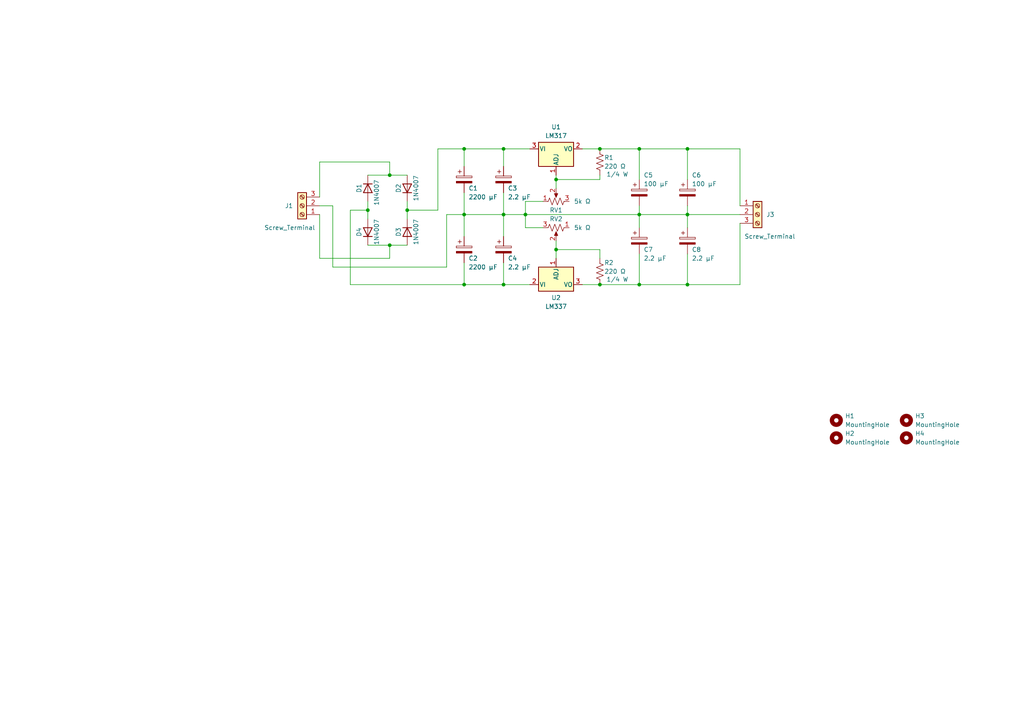
<source format=kicad_sch>
(kicad_sch (version 20231120) (generator "eeschema") (generator_version "8.0")
  (paper "A4")
  (lib_symbols
    (symbol "Connector:Screw_Terminal_01x03" (pin_names (offset 1.016) hide)
      (property "Reference" "J" (at 0 5.08 0))
      (property "Value" "Screw_Terminal_01x03" (at 0 -5.08 0))
      (symbol "Screw_Terminal_01x03_1_1"
        (rectangle (start -1.27 3.81) (end 1.27 -3.81) (stroke (width 0.254)) (fill (type background)))
        (circle (center 0 -2.54) (radius 0.635) (stroke (width 0.1524)))
        (polyline (pts (xy -0.5334 -2.2098) (xy 0.3302 -3.048)) (stroke (width 0.1524)))
        (polyline (pts (xy -0.5334 0.3302) (xy 0.3302 -0.508)) (stroke (width 0.1524)))
        (polyline (pts (xy -0.5334 2.8702) (xy 0.3302 2.032)) (stroke (width 0.1524)))
        (polyline (pts (xy -0.3556 -2.032) (xy 0.508 -2.8702)) (stroke (width 0.1524)))
        (polyline (pts (xy -0.3556 0.508) (xy 0.508 -0.3302)) (stroke (width 0.1524)))
        (polyline (pts (xy -0.3556 3.048) (xy 0.508 2.2098)) (stroke (width 0.1524)))
        (circle (center 0 0) (radius 0.635) (stroke (width 0.1524)))
        (circle (center 0 2.54) (radius 0.635) (stroke (width 0.1524)))
        (pin passive line (at -5.08 2.54 0) (length 3.81) (name "Pin_1") (number "1"))
        (pin passive line (at -5.08 0 0) (length 3.81) (name "Pin_2") (number "2"))
        (pin passive line (at -5.08 -2.54 0) (length 3.81) (name "Pin_3") (number "3"))
      )
    )
    (symbol "Device:C_Polarized" (pin_numbers hide) (pin_names (offset 0.254))
      (property "Reference" "C" (at 0.635 2.54 0))
      (property "Value" "C_Polarized" (at 0.635 -2.54 0))
      (symbol "C_Polarized_0_1"
        (rectangle (start -2.286 0.508) (end 2.286 1.016))
        (polyline (pts (xy -1.778 2.286) (xy -0.762 2.286)))
        (polyline (pts (xy -1.27 2.794) (xy -1.27 1.778)))
        (rectangle (start 2.286 -0.508) (end -2.286 -1.016) (fill (type outline)))
      )
      (symbol "C_Polarized_1_1"
        (pin passive line (at 0 3.81 270) (length 2.794) (name "~") (number "1"))
        (pin passive line (at 0 -3.81 90) (length 2.794) (name "~") (number "2"))
      )
    )
    (symbol "Device:R_Potentiometer_US" (pin_names (offset 1.016) hide)
      (property "Reference" "RV" (at -4.445 0 90))
      (property "Value" "R_Potentiometer_US" (at -2.54 0 90))
      (symbol "R_Potentiometer_US_0_1"
        (polyline (pts (xy 0 -2.286) (xy 0 -2.54)))
        (polyline (pts (xy 0 2.54) (xy 0 2.286)))
        (polyline (pts (xy 2.54 0) (xy 1.524 0)))
        (polyline (pts (xy 1.143 0) (xy 2.286 0.508) (xy 2.286 -0.508) (xy 1.143 0)) (fill (type outline)))
        (polyline (pts (xy 0 -0.762) (xy 1.016 -1.143) (xy 0 -1.524) (xy -1.016 -1.905) (xy 0 -2.286)))
        (polyline (pts (xy 0 0.762) (xy 1.016 0.381) (xy 0 0) (xy -1.016 -0.381) (xy 0 -0.762)))
        (polyline (pts (xy 0 2.286) (xy 1.016 1.905) (xy 0 1.524) (xy -1.016 1.143) (xy 0 0.762)))
      )
      (symbol "R_Potentiometer_US_1_1"
        (pin passive line (at 0 3.81 270) (length 1.27) (name "1") (number "1"))
        (pin passive line (at 3.81 0 180) (length 1.27) (name "2") (number "2"))
        (pin passive line (at 0 -3.81 90) (length 1.27) (name "3") (number "3"))
      )
    )
    (symbol "Device:R_US" (pin_numbers hide) (pin_names (offset 0))
      (property "Reference" "R" (at 2.54 0 90))
      (property "Value" "R_US" (at -2.54 0 90))
      (symbol "R_US_0_1"
        (polyline (pts (xy 0 -2.286) (xy 0 -2.54)))
        (polyline (pts (xy 0 2.286) (xy 0 2.54)))
        (polyline (pts (xy 0 -0.762) (xy 1.016 -1.143) (xy 0 -1.524) (xy -1.016 -1.905) (xy 0 -2.286)))
        (polyline (pts (xy 0 0.762) (xy 1.016 0.381) (xy 0 0) (xy -1.016 -0.381) (xy 0 -0.762)))
        (polyline (pts (xy 0 2.286) (xy 1.016 1.905) (xy 0 1.524) (xy -1.016 1.143) (xy 0 0.762)))
      )
      (symbol "R_US_1_1"
        (pin passive line (at 0 3.81 270) (length 1.27) (name "~") (number "1"))
        (pin passive line (at 0 -3.81 90) (length 1.27) (name "~") (number "2"))
      )
    )
    (symbol "Diode:1N4007" (pin_numbers hide) (pin_names hide)
      (property "Reference" "D" (at 0 2.54 0))
      (property "Value" "1N4007" (at 0 -2.54 0))
      (symbol "1N4007_0_1"
        (polyline (pts (xy -1.27 1.27) (xy -1.27 -1.27)) (stroke (width 0.254)))
        (polyline (pts (xy 1.27 0) (xy -1.27 0)))
        (polyline (pts (xy 1.27 1.27) (xy 1.27 -1.27) (xy -1.27 0) (xy 1.27 1.27)) (stroke (width 0.254)))
      )
      (symbol "1N4007_1_1"
        (pin passive line (at -3.81 0 0) (length 2.54) (name "K") (number "1"))
        (pin passive line (at 3.81 0 180) (length 2.54) (name "A") (number "2"))
      )
    )
    (symbol "Mechanical:MountingHole" (pin_names (offset 1.016)) (exclude_from_sim yes) (in_bom no)
      (property "Reference" "H" (at 0 5.08 0))
      (property "Value" "MountingHole" (at 0 3.175 0))
      (symbol "MountingHole_0_1"
        (circle (center 0 0) (radius 1.27) (stroke (width 1.27)))
      )
    )
    (symbol "Regulator_Linear:LM317_TO-220" (pin_names (offset 0.254))
      (property "Reference" "U" (at -3.81 3.175 0))
      (property "Value" "LM317_TO-220" (at 0 3.175 0))
      (symbol "LM317_TO-220_0_1"
        (rectangle (start -5.08 1.905) (end 5.08 -5.08) (stroke (width 0.254)) (fill (type background)))
      )
      (symbol "LM317_TO-220_1_1"
        (pin input line (at 0 -7.62 90) (length 2.54) (name "ADJ") (number "1"))
        (pin power_out line (at 7.62 0 180) (length 2.54) (name "VO") (number "2"))
        (pin power_in line (at -7.62 0 0) (length 2.54) (name "VI") (number "3"))
      )
    )
    (symbol "Regulator_Linear:LM337_TO220" (pin_names (offset 0.254))
      (property "Reference" "U" (at -3.81 -3.175 0))
      (property "Value" "LM337_TO220" (at 0 -3.175 0))
      (symbol "LM337_TO220_0_1"
        (rectangle (start -5.08 5.08) (end 5.08 -1.905) (stroke (width 0.254)) (fill (type background)))
      )
      (symbol "LM337_TO220_1_1"
        (pin input line (at 0 7.62 270) (length 2.54) (name "ADJ") (number "1"))
        (pin power_in line (at -7.62 0 0) (length 2.54) (name "VI") (number "2"))
        (pin power_out line (at 7.62 0 180) (length 2.54) (name "VO") (number "3"))
      )
    )
  )
  (junction (at 113.03 71.12))
  (junction (at 199.39 43.18))
  (junction (at 199.39 62.23))
  (junction (at 185.42 62.23))
  (junction (at 113.03 50.8))
  (junction (at 185.42 43.18))
  (junction (at 173.99 43.18))
  (junction (at 185.42 82.55))
  (junction (at 146.05 62.23))
  (junction (at 146.05 43.18))
  (junction (at 118.11 60.96))
  (junction (at 134.62 82.55))
  (junction (at 106.68 60.96))
  (junction (at 173.99 82.55))
  (junction (at 146.05 82.55))
  (junction (at 134.62 43.18))
  (junction (at 152.4 62.23))
  (junction (at 161.29 72.39))
  (junction (at 161.29 52.07))
  (junction (at 134.62 62.23))
  (junction (at 199.39 82.55))
  (wire (pts (xy 185.42 43.18) (xy 173.99 43.18)))
  (wire (pts (xy 106.68 58.42) (xy 106.68 60.96)))
  (wire (pts (xy 199.39 73.66) (xy 199.39 82.55)))
  (wire (pts (xy 134.62 43.18) (xy 127 43.18)))
  (wire (pts (xy 173.99 50.8) (xy 173.99 52.07)))
  (wire (pts (xy 185.42 82.55) (xy 199.39 82.55)))
  (wire (pts (xy 152.4 62.23) (xy 185.42 62.23)))
  (wire (pts (xy 214.63 64.77) (xy 214.63 82.55)))
  (wire (pts (xy 134.62 62.23) (xy 146.05 62.23)))
  (wire (pts (xy 146.05 62.23) (xy 152.4 62.23)))
  (wire (pts (xy 106.68 60.96) (xy 106.68 63.5)))
  (wire (pts (xy 214.63 59.69) (xy 214.63 43.18)))
  (wire (pts (xy 118.11 60.96) (xy 118.11 63.5)))
  (wire (pts (xy 134.62 48.26) (xy 134.62 43.18)))
  (wire (pts (xy 113.03 46.99) (xy 113.03 50.8)))
  (wire (pts (xy 92.71 46.99) (xy 113.03 46.99)))
  (wire (pts (xy 161.29 52.07) (xy 173.99 52.07)))
  (wire (pts (xy 161.29 72.39) (xy 161.29 74.93)))
  (wire (pts (xy 173.99 72.39) (xy 161.29 72.39)))
  (wire (pts (xy 146.05 43.18) (xy 153.67 43.18)))
  (wire (pts (xy 134.62 62.23) (xy 134.62 68.58)))
  (wire (pts (xy 92.71 57.15) (xy 92.71 46.99)))
  (wire (pts (xy 161.29 69.85) (xy 161.29 72.39)))
  (wire (pts (xy 146.05 55.88) (xy 146.05 62.23)))
  (wire (pts (xy 101.6 82.55) (xy 101.6 60.96)))
  (wire (pts (xy 118.11 71.12) (xy 113.03 71.12)))
  (wire (pts (xy 168.91 43.18) (xy 173.99 43.18)))
  (wire (pts (xy 152.4 66.04) (xy 157.48 66.04)))
  (wire (pts (xy 134.62 43.18) (xy 146.05 43.18)))
  (wire (pts (xy 161.29 52.07) (xy 161.29 54.61)))
  (wire (pts (xy 113.03 74.93) (xy 113.03 71.12)))
  (wire (pts (xy 146.05 48.26) (xy 146.05 43.18)))
  (wire (pts (xy 96.52 77.47) (xy 129.54 77.47)))
  (wire (pts (xy 173.99 74.93) (xy 173.99 72.39)))
  (wire (pts (xy 185.42 52.07) (xy 185.42 43.18)))
  (wire (pts (xy 146.05 76.2) (xy 146.05 82.55)))
  (wire (pts (xy 199.39 62.23) (xy 214.63 62.23)))
  (wire (pts (xy 173.99 82.55) (xy 185.42 82.55)))
  (wire (pts (xy 146.05 62.23) (xy 146.05 68.58)))
  (wire (pts (xy 92.71 74.93) (xy 92.71 62.23)))
  (wire (pts (xy 134.62 55.88) (xy 134.62 62.23)))
  (wire (pts (xy 185.42 62.23) (xy 199.39 62.23)))
  (wire (pts (xy 129.54 62.23) (xy 134.62 62.23)))
  (wire (pts (xy 129.54 77.47) (xy 129.54 62.23)))
  (wire (pts (xy 134.62 76.2) (xy 134.62 82.55)))
  (wire (pts (xy 157.48 58.42) (xy 152.4 58.42)))
  (wire (pts (xy 168.91 82.55) (xy 173.99 82.55)))
  (wire (pts (xy 92.71 59.69) (xy 96.52 59.69)))
  (wire (pts (xy 199.39 43.18) (xy 199.39 52.07)))
  (wire (pts (xy 134.62 82.55) (xy 146.05 82.55)))
  (wire (pts (xy 127 60.96) (xy 118.11 60.96)))
  (wire (pts (xy 199.39 62.23) (xy 199.39 66.04)))
  (wire (pts (xy 134.62 82.55) (xy 101.6 82.55)))
  (wire (pts (xy 185.42 43.18) (xy 199.39 43.18)))
  (wire (pts (xy 199.39 82.55) (xy 214.63 82.55)))
  (wire (pts (xy 96.52 59.69) (xy 96.52 77.47)))
  (wire (pts (xy 161.29 50.8) (xy 161.29 52.07)))
  (wire (pts (xy 153.67 82.55) (xy 146.05 82.55)))
  (wire (pts (xy 101.6 60.96) (xy 106.68 60.96)))
  (wire (pts (xy 185.42 62.23) (xy 185.42 66.04)))
  (wire (pts (xy 185.42 59.69) (xy 185.42 62.23)))
  (wire (pts (xy 152.4 62.23) (xy 152.4 66.04)))
  (wire (pts (xy 199.39 43.18) (xy 214.63 43.18)))
  (wire (pts (xy 152.4 58.42) (xy 152.4 62.23)))
  (wire (pts (xy 118.11 50.8) (xy 113.03 50.8)))
  (wire (pts (xy 199.39 59.69) (xy 199.39 62.23)))
  (wire (pts (xy 113.03 71.12) (xy 106.68 71.12)))
  (wire (pts (xy 127 43.18) (xy 127 60.96)))
  (wire (pts (xy 185.42 73.66) (xy 185.42 82.55)))
  (wire (pts (xy 118.11 58.42) (xy 118.11 60.96)))
  (wire (pts (xy 113.03 74.93) (xy 92.71 74.93)))
  (wire (pts (xy 113.03 50.8) (xy 106.68 50.8)))
  (text "1/4 W" (at 179.07 81.28 0) (effects (font (size 1.27 1.27))))
  (text "1/4 W" (at 179.07 50.8001 0) (effects (font (size 1.27 1.27))))
  (symbol (lib_id "Diode:1N4007") (at 118.11 54.61 90) (unit 1)
    (property "Reference" "D2" (at 115.57 54.61 0))
    (property "Value" "1N4007" (at 120.65 54.61 0))
    (property "Footprint" "Diode_THT:D_DO-41_SOD81_P10.16mm_Horizontal" (effects (hide yes)))
    (property "Datasheet" "http://www.vishay.com/docs/88503/1n4001.pdf" (effects (hide yes)))
    (property "Description" "1000V 1A General Purpose Rectifier Diode, DO-41" (effects (hide yes)))
    (property "Sim.Device" "D" (effects (hide yes)))
    (property "Sim.Pins" "1=K 2=A" (effects (hide yes)))
  )
  (symbol (lib_id "Device:C_Polarized") (at 185.42 55.88 0) (unit 1)
    (property "Reference" "C5" (at 186.69 50.8 0) (effects (justify left)))
    (property "Value" "100 µF" (at 186.69 53.34 0) (effects (justify left)))
    (property "Footprint" "Capacitor_THT:CP_Radial_D8.0mm_P3.50mm" (effects (hide yes)))
    (property "Description" "Polarized capacitor" (effects (hide yes)))
  )
  (symbol (lib_id "Device:C_Polarized") (at 134.62 52.07 0) (unit 1)
    (property "Reference" "C1" (at 135.89 54.61 0) (effects (justify left)))
    (property "Value" "2200 µF" (at 135.89 57.15 0) (effects (justify left)))
    (property "Footprint" "Capacitor_THT:CP_Radial_D18.0mm_P7.50mm" (effects (hide yes)))
    (property "Description" "Polarized capacitor" (effects (hide yes)))
  )
  (symbol (lib_id "Device:R_Potentiometer_US") (at 161.29 58.42 90) (unit 1)
    (property "Reference" "RV1" (at 161.29 60.96 90))
    (property "Value" "5k Ω" (at 168.91 58.42 90))
    (property "Footprint" "Potentiometer_THT:Potentiometer_Vishay_T93XA_Horizontal" (effects (hide yes)))
    (property "Description" "Potentiometer, US symbol" (effects (hide yes)))
  )
  (symbol (lib_id "Device:R_US") (at 173.99 78.74 0) (unit 1)
    (property "Reference" "R2" (at 175.26 76.2 0) (effects (justify left)))
    (property "Value" "220 Ω" (at 175.26 78.74 0) (effects (justify left)))
    (property "Footprint" "Resistor_THT:R_Axial_DIN0207_L6.3mm_D2.5mm_P10.16mm_Horizontal" (effects (hide yes)))
    (property "Description" "Resistor, US symbol" (effects (hide yes)))
  )
  (symbol (lib_id "Mechanical:MountingHole") (at 262.89 127 0) (unit 1) (exclude_from_sim yes) (in_bom no)
    (property "Reference" "H4" (at 265.43 125.7299 0) (effects (justify left)))
    (property "Value" "MountingHole" (at 265.43 128.2699 0) (effects (justify left)))
    (property "Footprint" "MountingHole:MountingHole_2.2mm_M2_Pad" (effects (hide yes)))
    (property "Description" "Mounting Hole without connection" (effects (hide yes)))
  )
  (symbol (lib_id "Regulator_Linear:LM337_TO220") (at 161.29 82.55 0) (unit 1)
    (property "Reference" "U2" (at 161.29 86.36 0))
    (property "Value" "LM337" (at 161.29 88.9 0))
    (property "Footprint" "Package_TO_SOT_THT:TO-220-3_Vertical" (effects (hide yes)))
    (property "Datasheet" "http://www.ti.com/lit/ds/symlink/lm337-n.pdf" (effects (hide yes)))
    (property "Description" "Negative 1.5A 35V Adjustable Linear Regulator, TO-220" (effects (hide yes)))
  )
  (symbol (lib_id "Device:C_Polarized") (at 146.05 72.39 0) (unit 1)
    (property "Reference" "C4" (at 147.32 74.93 0) (effects (justify left)))
    (property "Value" "2.2 µF" (at 147.32 77.47 0) (effects (justify left)))
    (property "Footprint" "Capacitor_THT:CP_Radial_D5.0mm_P2.00mm" (effects (hide yes)))
    (property "Description" "Polarized capacitor" (effects (hide yes)))
  )
  (symbol (lib_id "Device:R_Potentiometer_US") (at 161.29 66.04 270) (unit 1)
    (property "Reference" "RV2" (at 161.29 63.5 90))
    (property "Value" "5k Ω" (at 168.91 66.04 90))
    (property "Footprint" "Potentiometer_THT:Potentiometer_Vishay_T93XA_Horizontal" (effects (hide yes)))
    (property "Description" "Potentiometer, US symbol" (effects (hide yes)))
  )
  (symbol (lib_id "Connector:Screw_Terminal_01x03") (at 219.71 62.23 0) (unit 1)
    (property "Reference" "J3" (at 222.25 62.23 0) (effects (justify left)))
    (property "Value" "Screw_Terminal" (at 215.9 68.58 0) (effects (justify left)))
    (property "Footprint" "TerminalBlock_Phoenix:TerminalBlock_Phoenix_MKDS-1,5-3_1x03_P5.00mm_Horizontal" (effects (hide yes)))
    (property "Description" "Generic screw terminal, single row, 01x03, script generated (kicad-library-utils/schlib/autogen/connector/)" (effects (hide yes)))
  )
  (symbol (lib_id "Mechanical:MountingHole") (at 262.89 121.92 0) (unit 1) (exclude_from_sim yes) (in_bom no)
    (property "Reference" "H3" (at 265.43 120.6499 0) (effects (justify left)))
    (property "Value" "MountingHole" (at 265.43 123.1899 0) (effects (justify left)))
    (property "Footprint" "MountingHole:MountingHole_2.2mm_M2_Pad" (effects (hide yes)))
    (property "Description" "Mounting Hole without connection" (effects (hide yes)))
  )
  (symbol (lib_id "Device:C_Polarized") (at 199.39 69.85 0) (unit 1)
    (property "Reference" "C8" (at 200.66 72.39 0) (effects (justify left)))
    (property "Value" "2.2 µF" (at 200.66 74.93 0) (effects (justify left)))
    (property "Footprint" "Capacitor_THT:CP_Radial_D5.0mm_P2.50mm" (effects (hide yes)))
    (property "Description" "Polarized capacitor" (effects (hide yes)))
  )
  (symbol (lib_id "Diode:1N4007") (at 106.68 67.31 90) (unit 1)
    (property "Reference" "D4" (at 104.14 67.31 0))
    (property "Value" "1N4007" (at 109.22 67.31 0))
    (property "Footprint" "Diode_THT:D_DO-41_SOD81_P10.16mm_Horizontal" (effects (hide yes)))
    (property "Datasheet" "http://www.vishay.com/docs/88503/1n4001.pdf" (effects (hide yes)))
    (property "Description" "1000V 1A General Purpose Rectifier Diode, DO-41" (effects (hide yes)))
    (property "Sim.Device" "D" (effects (hide yes)))
    (property "Sim.Pins" "1=K 2=A" (effects (hide yes)))
  )
  (symbol (lib_id "Diode:1N4007") (at 106.68 54.61 270) (unit 1)
    (property "Reference" "D1" (at 104.14 54.61 0))
    (property "Value" "1N4007" (at 109.22 55.88 0))
    (property "Footprint" "Diode_THT:D_DO-41_SOD81_P10.16mm_Horizontal" (effects (hide yes)))
    (property "Datasheet" "http://www.vishay.com/docs/88503/1n4001.pdf" (effects (hide yes)))
    (property "Description" "1000V 1A General Purpose Rectifier Diode, DO-41" (effects (hide yes)))
    (property "Sim.Device" "D" (effects (hide yes)))
    (property "Sim.Pins" "1=K 2=A" (effects (hide yes)))
  )
  (symbol (lib_id "Device:C_Polarized") (at 199.39 55.88 0) (unit 1)
    (property "Reference" "C6" (at 200.66 50.8 0) (effects (justify left)))
    (property "Value" "100 µF" (at 200.66 53.34 0) (effects (justify left)))
    (property "Footprint" "Capacitor_THT:CP_Radial_D8.0mm_P3.50mm" (effects (hide yes)))
    (property "Description" "Polarized capacitor" (effects (hide yes)))
  )
  (symbol (lib_id "Mechanical:MountingHole") (at 242.57 127 0) (unit 1) (exclude_from_sim yes) (in_bom no)
    (property "Reference" "H2" (at 245.11 125.7299 0) (effects (justify left)))
    (property "Value" "MountingHole" (at 245.11 128.2699 0) (effects (justify left)))
    (property "Footprint" "MountingHole:MountingHole_2.2mm_M2_Pad" (effects (hide yes)))
    (property "Description" "Mounting Hole without connection" (effects (hide yes)))
  )
  (symbol (lib_id "Mechanical:MountingHole") (at 242.57 121.92 0) (unit 1) (exclude_from_sim yes) (in_bom no)
    (property "Reference" "H1" (at 245.11 120.6499 0) (effects (justify left)))
    (property "Value" "MountingHole" (at 245.11 123.1899 0) (effects (justify left)))
    (property "Footprint" "MountingHole:MountingHole_2.2mm_M2_Pad" (effects (hide yes)))
    (property "Description" "Mounting Hole without connection" (effects (hide yes)))
  )
  (symbol (lib_id "Diode:1N4007") (at 118.11 67.31 270) (unit 1)
    (property "Reference" "D3" (at 115.57 67.31 0))
    (property "Value" "1N4007" (at 120.65 67.31 0))
    (property "Footprint" "Diode_THT:D_DO-41_SOD81_P10.16mm_Horizontal" (effects (hide yes)))
    (property "Datasheet" "http://www.vishay.com/docs/88503/1n4001.pdf" (effects (hide yes)))
    (property "Description" "1000V 1A General Purpose Rectifier Diode, DO-41" (effects (hide yes)))
    (property "Sim.Device" "D" (effects (hide yes)))
    (property "Sim.Pins" "1=K 2=A" (effects (hide yes)))
  )
  (symbol (lib_id "Regulator_Linear:LM317_TO-220") (at 161.29 43.18 0) (unit 1)
    (property "Reference" "U1" (at 161.29 36.83 0))
    (property "Value" "LM317" (at 161.29 39.37 0))
    (property "Footprint" "Package_TO_SOT_THT:TO-220-3_Vertical" (effects (hide yes)))
    (property "Datasheet" "http://www.ti.com/lit/ds/symlink/lm317.pdf" (effects (hide yes)))
    (property "Description" "1.5A 35V Adjustable Linear Regulator, TO-220" (effects (hide yes)))
  )
  (symbol (lib_id "Device:C_Polarized") (at 134.62 72.39 0) (unit 1)
    (property "Reference" "C2" (at 135.89 74.93 0) (effects (justify left)))
    (property "Value" "2200 µF" (at 135.89 77.47 0) (effects (justify left)))
    (property "Footprint" "Capacitor_THT:CP_Radial_D18.0mm_P7.50mm" (effects (hide yes)))
    (property "Description" "Polarized capacitor" (effects (hide yes)))
  )
  (symbol (lib_id "Connector:Screw_Terminal_01x03") (at 87.63 59.69 180) (unit 1)
    (property "Reference" "J1" (at 83.82 59.69 0))
    (property "Value" "Screw_Terminal" (at 91.44 66.04 0) (effects (justify left)))
    (property "Footprint" "TerminalBlock_Phoenix:TerminalBlock_Phoenix_MKDS-1,5-3_1x03_P5.00mm_Horizontal" (effects (hide yes)))
    (property "Description" "Generic screw terminal, single row, 01x03, script generated (kicad-library-utils/schlib/autogen/connector/)" (effects (hide yes)))
  )
  (symbol (lib_id "Device:C_Polarized") (at 146.05 52.07 0) (unit 1)
    (property "Reference" "C3" (at 147.32 54.61 0) (effects (justify left)))
    (property "Value" "2.2 µF" (at 147.32 57.15 0) (effects (justify left)))
    (property "Footprint" "Capacitor_THT:CP_Radial_D5.0mm_P2.00mm" (effects (hide yes)))
    (property "Description" "Polarized capacitor" (effects (hide yes)))
  )
  (symbol (lib_id "Device:R_US") (at 173.99 46.99 0) (unit 1)
    (property "Reference" "R1" (at 175.26 45.72 0) (effects (justify left)))
    (property "Value" "220 Ω" (at 175.26 48.26 0) (effects (justify left)))
    (property "Footprint" "Resistor_THT:R_Axial_DIN0207_L6.3mm_D2.5mm_P10.16mm_Horizontal" (effects (hide yes)))
    (property "Description" "Resistor, US symbol" (effects (hide yes)))
  )
  (symbol (lib_id "Device:C_Polarized") (at 185.42 69.85 0) (unit 1)
    (property "Reference" "C7" (at 186.69 72.39 0) (effects (justify left)))
    (property "Value" "2.2 µF" (at 186.69 74.93 0) (effects (justify left)))
    (property "Footprint" "Capacitor_THT:CP_Radial_D5.0mm_P2.50mm" (effects (hide yes)))
    (property "Description" "Polarized capacitor" (effects (hide yes)))
  )
)
</source>
